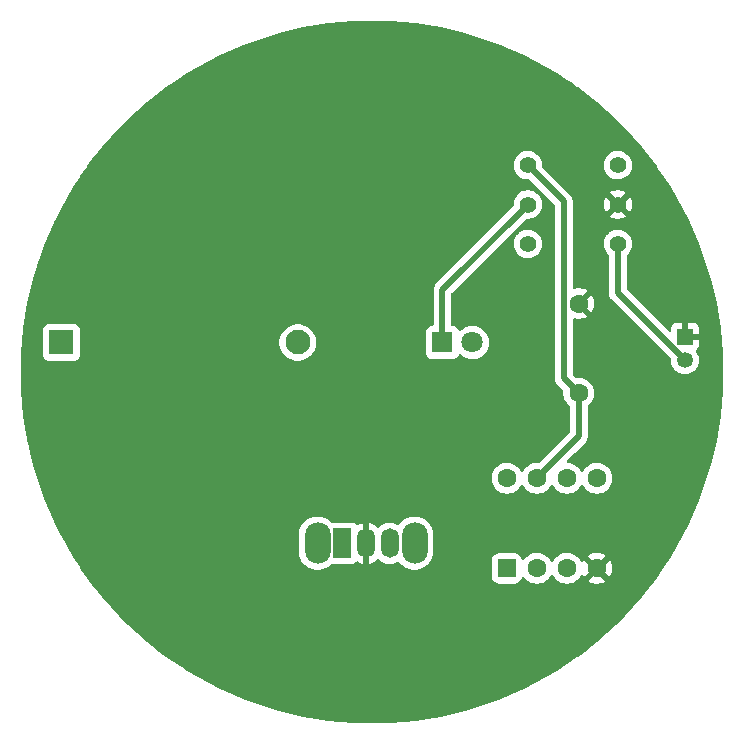
<source format=gbr>
%TF.GenerationSoftware,KiCad,Pcbnew,9.0.4*%
%TF.CreationDate,2025-08-28T14:40:31+05:30*%
%TF.ProjectId,new_1,6e65775f-312e-46b6-9963-61645f706362,rev?*%
%TF.SameCoordinates,Original*%
%TF.FileFunction,Copper,L2,Bot*%
%TF.FilePolarity,Positive*%
%FSLAX46Y46*%
G04 Gerber Fmt 4.6, Leading zero omitted, Abs format (unit mm)*
G04 Created by KiCad (PCBNEW 9.0.4) date 2025-08-28 14:40:31*
%MOMM*%
%LPD*%
G01*
G04 APERTURE LIST*
G04 Aperture macros list*
%AMRoundRect*
0 Rectangle with rounded corners*
0 $1 Rounding radius*
0 $2 $3 $4 $5 $6 $7 $8 $9 X,Y pos of 4 corners*
0 Add a 4 corners polygon primitive as box body*
4,1,4,$2,$3,$4,$5,$6,$7,$8,$9,$2,$3,0*
0 Add four circle primitives for the rounded corners*
1,1,$1+$1,$2,$3*
1,1,$1+$1,$4,$5*
1,1,$1+$1,$6,$7*
1,1,$1+$1,$8,$9*
0 Add four rect primitives between the rounded corners*
20,1,$1+$1,$2,$3,$4,$5,0*
20,1,$1+$1,$4,$5,$6,$7,0*
20,1,$1+$1,$6,$7,$8,$9,0*
20,1,$1+$1,$8,$9,$2,$3,0*%
G04 Aperture macros list end*
%TA.AperFunction,ComponentPad*%
%ADD10C,1.400000*%
%TD*%
%TA.AperFunction,ComponentPad*%
%ADD11O,1.500000X2.500000*%
%TD*%
%TA.AperFunction,ComponentPad*%
%ADD12R,1.500000X2.500000*%
%TD*%
%TA.AperFunction,ComponentPad*%
%ADD13O,2.200000X3.500000*%
%TD*%
%TA.AperFunction,ComponentPad*%
%ADD14C,1.600000*%
%TD*%
%TA.AperFunction,ComponentPad*%
%ADD15R,2.100000X2.100000*%
%TD*%
%TA.AperFunction,ComponentPad*%
%ADD16C,2.100000*%
%TD*%
%TA.AperFunction,ComponentPad*%
%ADD17RoundRect,0.250000X0.550000X-0.550000X0.550000X0.550000X-0.550000X0.550000X-0.550000X-0.550000X0*%
%TD*%
%TA.AperFunction,ComponentPad*%
%ADD18R,1.800000X1.800000*%
%TD*%
%TA.AperFunction,ComponentPad*%
%ADD19C,1.800000*%
%TD*%
%TA.AperFunction,ComponentPad*%
%ADD20R,1.350000X1.350000*%
%TD*%
%TA.AperFunction,ComponentPad*%
%ADD21C,1.350000*%
%TD*%
%TA.AperFunction,Conductor*%
%ADD22C,0.500000*%
%TD*%
%TA.AperFunction,Conductor*%
%ADD23C,0.200000*%
%TD*%
G04 APERTURE END LIST*
D10*
%TO.P,R1,2*%
%TO.N,+3.3V*%
X180310000Y-72500000D03*
%TO.P,R1,1*%
%TO.N,/LDR*%
X172690000Y-72500000D03*
%TD*%
D11*
%TO.P,SW2,3,C*%
%TO.N,Net-(BT2--)*%
X161000000Y-104500000D03*
%TO.P,SW2,2,B*%
%TO.N,GND*%
X159000000Y-104500000D03*
D12*
%TO.P,SW2,1,A*%
%TO.N,unconnected-(SW2-A-Pad1)*%
X157000000Y-104500000D03*
D13*
%TO.P,SW2,*%
%TO.N,*%
X163100000Y-104500000D03*
X154900000Y-104500000D03*
%TD*%
D14*
%TO.P,R4,1*%
%TO.N,/LDR*%
X177000000Y-91800000D03*
%TO.P,R4,2*%
%TO.N,GND*%
X177000000Y-84200000D03*
%TD*%
D15*
%TO.P,BT2,1,+*%
%TO.N,+3.3V*%
X133210914Y-87500000D03*
D16*
%TO.P,BT2,2,-*%
%TO.N,Net-(BT2--)*%
X153210914Y-87500000D03*
%TD*%
D10*
%TO.P,R3,1*%
%TO.N,+3.3V*%
X172690000Y-79150000D03*
%TO.P,R3,2*%
%TO.N,/MIC*%
X180310000Y-79150000D03*
%TD*%
D17*
%TO.P,U1,1,~{RESET}/PB5*%
%TO.N,unconnected-(U1-~{RESET}{slash}PB5-Pad1)*%
X170920000Y-106620000D03*
D14*
%TO.P,U1,2,XTAL1/PB3*%
%TO.N,/MIC*%
X173460000Y-106620000D03*
%TO.P,U1,3,XTAL2/PB4*%
%TO.N,unconnected-(U1-XTAL2{slash}PB4-Pad3)*%
X176000000Y-106620000D03*
%TO.P,U1,4,GND*%
%TO.N,GND*%
X178540000Y-106620000D03*
%TO.P,U1,5,AREF/PB0*%
%TO.N,unconnected-(U1-AREF{slash}PB0-Pad5)*%
X178540000Y-99000000D03*
%TO.P,U1,6,PB1*%
%TO.N,/<NO NET>*%
X176000000Y-99000000D03*
%TO.P,U1,7,PB2*%
%TO.N,/LDR*%
X173460000Y-99000000D03*
%TO.P,U1,8,VCC*%
%TO.N,+3.3V*%
X170920000Y-99000000D03*
%TD*%
D10*
%TO.P,R2,1*%
%TO.N,Net-(D2-K)*%
X172690000Y-75825000D03*
%TO.P,R2,2*%
%TO.N,GND*%
X180310000Y-75825000D03*
%TD*%
D18*
%TO.P,D2,1,K*%
%TO.N,Net-(D2-K)*%
X165460000Y-87500000D03*
D19*
%TO.P,D2,2,A*%
%TO.N,/<NO NET>*%
X168000000Y-87500000D03*
%TD*%
D20*
%TO.P,MK1,1,-*%
%TO.N,GND*%
X186000000Y-87000000D03*
D21*
%TO.P,MK1,2,+*%
%TO.N,/MIC*%
X186000000Y-89000000D03*
%TD*%
D22*
%TO.N,Net-(D2-K)*%
X165460000Y-83055000D02*
X172690000Y-75825000D01*
X165460000Y-87500000D02*
X165460000Y-83055000D01*
%TO.N,/MIC*%
X186000000Y-89000000D02*
X180310000Y-83310000D01*
X180310000Y-83310000D02*
X180310000Y-79150000D01*
D23*
%TO.N,GND*%
X186000000Y-87000000D02*
X186500000Y-87500000D01*
D22*
%TO.N,/LDR*%
X175749000Y-90549000D02*
X175749000Y-75559000D01*
X177000000Y-91800000D02*
X175749000Y-90549000D01*
X175749000Y-75559000D02*
X172690000Y-72500000D01*
X177000000Y-91800000D02*
X177000000Y-95460000D01*
X177000000Y-95460000D02*
X173460000Y-99000000D01*
%TD*%
%TA.AperFunction,Conductor*%
%TO.N,GND*%
G36*
X160033210Y-60255317D02*
G01*
X161090114Y-60293065D01*
X161094527Y-60293301D01*
X162149441Y-60368751D01*
X162153747Y-60369136D01*
X163205352Y-60482195D01*
X163209708Y-60482742D01*
X164256533Y-60633253D01*
X164260876Y-60633956D01*
X165301696Y-60821741D01*
X165305996Y-60822597D01*
X166339417Y-61047404D01*
X166343700Y-61048416D01*
X167368455Y-61309969D01*
X167372672Y-61311126D01*
X168344521Y-61596487D01*
X168387442Y-61609090D01*
X168391669Y-61610413D01*
X169395124Y-61944395D01*
X169399226Y-61945841D01*
X170390202Y-62315457D01*
X170394282Y-62317062D01*
X170967752Y-62554601D01*
X171371375Y-62721788D01*
X171375433Y-62723555D01*
X172337399Y-63162870D01*
X172341393Y-63164780D01*
X173287130Y-63638182D01*
X173291052Y-63640234D01*
X174219248Y-64147067D01*
X174223094Y-64149257D01*
X175132636Y-64688913D01*
X175136377Y-64691224D01*
X176026064Y-65262991D01*
X176029744Y-65265450D01*
X176309375Y-65459601D01*
X176898489Y-65868630D01*
X176902015Y-65871172D01*
X177748699Y-66504992D01*
X177752167Y-66507686D01*
X178575649Y-67171290D01*
X178579046Y-67174129D01*
X179378305Y-67866691D01*
X179381598Y-67869649D01*
X180155639Y-68590306D01*
X180158824Y-68593380D01*
X180906619Y-69341175D01*
X180909693Y-69344360D01*
X181630350Y-70118401D01*
X181633308Y-70121694D01*
X182325870Y-70920953D01*
X182328709Y-70924350D01*
X182992313Y-71747832D01*
X182995013Y-71751308D01*
X183628819Y-72597974D01*
X183631377Y-72601521D01*
X183756074Y-72781118D01*
X184234549Y-73470255D01*
X184237008Y-73473935D01*
X184808759Y-74363596D01*
X184811086Y-74367363D01*
X185350742Y-75276905D01*
X185352932Y-75280751D01*
X185859765Y-76208947D01*
X185861817Y-76212869D01*
X186335219Y-77158606D01*
X186337129Y-77162600D01*
X186776444Y-78124566D01*
X186778211Y-78128624D01*
X187182929Y-79105698D01*
X187184550Y-79109817D01*
X187554145Y-80100737D01*
X187555617Y-80104912D01*
X187889586Y-81108333D01*
X187890909Y-81112557D01*
X188188866Y-82127301D01*
X188190037Y-82131570D01*
X188451580Y-83156287D01*
X188452598Y-83160595D01*
X188677398Y-84193983D01*
X188678262Y-84198324D01*
X188866040Y-85239110D01*
X188866748Y-85243480D01*
X189017254Y-86290273D01*
X189017806Y-86294665D01*
X189130858Y-87346201D01*
X189131252Y-87350610D01*
X189206697Y-88405468D01*
X189206934Y-88409888D01*
X189244682Y-89466789D01*
X189244761Y-89471215D01*
X189244761Y-90528784D01*
X189244682Y-90533210D01*
X189206934Y-91590111D01*
X189206697Y-91594531D01*
X189131252Y-92649389D01*
X189130858Y-92653798D01*
X189017806Y-93705334D01*
X189017254Y-93709726D01*
X188866748Y-94756519D01*
X188866040Y-94760889D01*
X188678262Y-95801675D01*
X188677398Y-95806016D01*
X188452598Y-96839404D01*
X188451580Y-96843712D01*
X188190037Y-97868429D01*
X188188866Y-97872698D01*
X187890909Y-98887442D01*
X187889586Y-98891666D01*
X187555617Y-99895087D01*
X187554145Y-99899262D01*
X187184550Y-100890182D01*
X187182929Y-100894301D01*
X186778211Y-101871375D01*
X186776444Y-101875433D01*
X186337129Y-102837399D01*
X186335219Y-102841393D01*
X185861817Y-103787130D01*
X185859765Y-103791052D01*
X185352932Y-104719248D01*
X185350742Y-104723094D01*
X184811086Y-105632636D01*
X184808759Y-105636403D01*
X184237008Y-106526064D01*
X184234549Y-106529744D01*
X183631383Y-107398470D01*
X183628800Y-107402052D01*
X183358815Y-107762710D01*
X182995028Y-108248672D01*
X182992313Y-108252167D01*
X182328709Y-109075649D01*
X182325870Y-109079046D01*
X181633308Y-109878305D01*
X181630350Y-109881598D01*
X180909693Y-110655639D01*
X180906619Y-110658824D01*
X180158824Y-111406619D01*
X180155639Y-111409693D01*
X179381598Y-112130350D01*
X179378305Y-112133308D01*
X178579046Y-112825870D01*
X178575649Y-112828709D01*
X177752167Y-113492313D01*
X177748672Y-113495028D01*
X176902061Y-114128794D01*
X176898470Y-114131383D01*
X176029744Y-114734549D01*
X176026064Y-114737008D01*
X175136403Y-115308759D01*
X175132636Y-115311086D01*
X174223094Y-115850742D01*
X174219248Y-115852932D01*
X173291052Y-116359765D01*
X173287130Y-116361817D01*
X172341393Y-116835219D01*
X172337399Y-116837129D01*
X171375433Y-117276444D01*
X171371375Y-117278211D01*
X170394301Y-117682929D01*
X170390182Y-117684550D01*
X169399262Y-118054145D01*
X169395087Y-118055617D01*
X168391666Y-118389586D01*
X168387442Y-118390909D01*
X167372698Y-118688866D01*
X167368429Y-118690037D01*
X166343712Y-118951580D01*
X166339404Y-118952598D01*
X165306016Y-119177398D01*
X165301675Y-119178262D01*
X164260889Y-119366040D01*
X164256519Y-119366748D01*
X163209726Y-119517254D01*
X163205334Y-119517806D01*
X162153798Y-119630858D01*
X162149389Y-119631252D01*
X161094531Y-119706697D01*
X161090111Y-119706934D01*
X160033211Y-119744682D01*
X160028785Y-119744761D01*
X158971215Y-119744761D01*
X158966789Y-119744682D01*
X157909888Y-119706934D01*
X157905468Y-119706697D01*
X156850610Y-119631252D01*
X156846201Y-119630858D01*
X155794665Y-119517806D01*
X155790273Y-119517254D01*
X154743480Y-119366748D01*
X154739110Y-119366040D01*
X153698324Y-119178262D01*
X153693983Y-119177398D01*
X152660595Y-118952598D01*
X152656287Y-118951580D01*
X151631570Y-118690037D01*
X151627301Y-118688866D01*
X150612557Y-118390909D01*
X150608333Y-118389586D01*
X149604912Y-118055617D01*
X149600737Y-118054145D01*
X148609817Y-117684550D01*
X148605698Y-117682929D01*
X147628624Y-117278211D01*
X147624566Y-117276444D01*
X146662600Y-116837129D01*
X146658606Y-116835219D01*
X145712869Y-116361817D01*
X145708947Y-116359765D01*
X144780751Y-115852932D01*
X144776905Y-115850742D01*
X143867363Y-115311086D01*
X143863596Y-115308759D01*
X143626488Y-115156379D01*
X142973935Y-114737008D01*
X142970255Y-114734549D01*
X142101529Y-114131383D01*
X142097974Y-114128819D01*
X141251308Y-113495013D01*
X141247832Y-113492313D01*
X140424350Y-112828709D01*
X140420953Y-112825870D01*
X139621694Y-112133308D01*
X139618401Y-112130350D01*
X138844360Y-111409693D01*
X138841175Y-111406619D01*
X138093380Y-110658824D01*
X138090306Y-110655639D01*
X137369649Y-109881598D01*
X137366691Y-109878305D01*
X136674129Y-109079046D01*
X136671290Y-109075649D01*
X136007686Y-108252167D01*
X136004992Y-108248699D01*
X135371172Y-107402015D01*
X135368630Y-107398489D01*
X134899180Y-106722352D01*
X134765450Y-106529744D01*
X134762991Y-106526064D01*
X134758366Y-106518867D01*
X134191224Y-105636377D01*
X134188913Y-105632636D01*
X133649257Y-104723094D01*
X133647067Y-104719248D01*
X133140234Y-103791052D01*
X133138184Y-103787133D01*
X133131947Y-103774674D01*
X133131946Y-103774671D01*
X133131945Y-103774670D01*
X133106600Y-103724038D01*
X153299500Y-103724038D01*
X153299500Y-105275961D01*
X153338910Y-105524785D01*
X153416760Y-105764383D01*
X153468767Y-105866451D01*
X153516707Y-105960539D01*
X153531132Y-105988848D01*
X153679201Y-106192649D01*
X153679205Y-106192654D01*
X153857345Y-106370794D01*
X153857350Y-106370798D01*
X153862300Y-106374394D01*
X154061155Y-106518870D01*
X154204184Y-106591747D01*
X154285616Y-106633239D01*
X154285618Y-106633239D01*
X154285621Y-106633241D01*
X154525215Y-106711090D01*
X154774038Y-106750500D01*
X154774039Y-106750500D01*
X155025961Y-106750500D01*
X155025962Y-106750500D01*
X155274785Y-106711090D01*
X155514379Y-106633241D01*
X155738845Y-106518870D01*
X155942656Y-106370793D01*
X156034511Y-106278937D01*
X156095831Y-106245454D01*
X156135445Y-106243330D01*
X156142514Y-106244089D01*
X156142517Y-106244091D01*
X156202127Y-106250500D01*
X157797872Y-106250499D01*
X157857483Y-106244091D01*
X157992331Y-106193796D01*
X158107546Y-106107546D01*
X158136535Y-106068821D01*
X158192467Y-106026952D01*
X158262158Y-106021968D01*
X158308686Y-106042816D01*
X158344856Y-106069095D01*
X158520162Y-106158418D01*
X158707283Y-106219218D01*
X158750000Y-106225984D01*
X158750000Y-104815686D01*
X158754394Y-104820080D01*
X158845606Y-104872741D01*
X158947339Y-104900000D01*
X159052661Y-104900000D01*
X159154394Y-104872741D01*
X159245606Y-104820080D01*
X159250000Y-104815686D01*
X159250000Y-106225983D01*
X159292716Y-106219218D01*
X159479837Y-106158418D01*
X159655143Y-106069095D01*
X159814321Y-105953444D01*
X159814322Y-105953443D01*
X159911965Y-105855801D01*
X159973288Y-105822316D01*
X160042980Y-105827300D01*
X160087327Y-105855801D01*
X160185354Y-105953828D01*
X160344595Y-106069524D01*
X160369917Y-106082426D01*
X160519970Y-106158882D01*
X160519972Y-106158882D01*
X160519975Y-106158884D01*
X160620317Y-106191487D01*
X160707173Y-106219709D01*
X160901578Y-106250500D01*
X160901583Y-106250500D01*
X161098422Y-106250500D01*
X161292826Y-106219709D01*
X161372574Y-106193797D01*
X161480025Y-106158884D01*
X161655405Y-106069524D01*
X161655409Y-106069520D01*
X161659087Y-106067647D01*
X161727756Y-106054751D01*
X161792497Y-106081027D01*
X161815699Y-106105245D01*
X161879207Y-106192656D01*
X161879209Y-106192658D01*
X162057345Y-106370794D01*
X162057350Y-106370798D01*
X162062300Y-106374394D01*
X162261155Y-106518870D01*
X162404184Y-106591747D01*
X162485616Y-106633239D01*
X162485618Y-106633239D01*
X162485621Y-106633241D01*
X162725215Y-106711090D01*
X162974038Y-106750500D01*
X162974039Y-106750500D01*
X163225961Y-106750500D01*
X163225962Y-106750500D01*
X163474785Y-106711090D01*
X163714379Y-106633241D01*
X163938845Y-106518870D01*
X164142656Y-106370793D01*
X164320793Y-106192656D01*
X164446247Y-106019983D01*
X169619500Y-106019983D01*
X169619500Y-107220001D01*
X169619501Y-107220018D01*
X169630000Y-107322796D01*
X169630001Y-107322799D01*
X169658045Y-107407429D01*
X169685186Y-107489334D01*
X169777288Y-107638656D01*
X169901344Y-107762712D01*
X170050666Y-107854814D01*
X170217203Y-107909999D01*
X170319991Y-107920500D01*
X171520008Y-107920499D01*
X171622797Y-107909999D01*
X171789334Y-107854814D01*
X171938656Y-107762712D01*
X172062712Y-107638656D01*
X172154814Y-107489334D01*
X172181955Y-107407427D01*
X172221726Y-107349984D01*
X172286242Y-107323161D01*
X172355018Y-107335476D01*
X172399977Y-107373547D01*
X172468030Y-107467213D01*
X172468034Y-107467219D01*
X172612786Y-107611971D01*
X172733226Y-107699474D01*
X172778390Y-107732287D01*
X172894607Y-107791503D01*
X172960776Y-107825218D01*
X172960778Y-107825218D01*
X172960781Y-107825220D01*
X173051856Y-107854812D01*
X173155465Y-107888477D01*
X173256557Y-107904488D01*
X173357648Y-107920500D01*
X173357649Y-107920500D01*
X173562351Y-107920500D01*
X173562352Y-107920500D01*
X173764534Y-107888477D01*
X173959219Y-107825220D01*
X174141610Y-107732287D01*
X174270482Y-107638657D01*
X174307213Y-107611971D01*
X174307215Y-107611968D01*
X174307219Y-107611966D01*
X174451966Y-107467219D01*
X174451968Y-107467215D01*
X174451971Y-107467213D01*
X174572284Y-107301614D01*
X174572286Y-107301611D01*
X174572287Y-107301610D01*
X174619516Y-107208917D01*
X174667489Y-107158123D01*
X174735310Y-107141328D01*
X174801445Y-107163865D01*
X174840483Y-107208917D01*
X174846140Y-107220018D01*
X174887715Y-107301614D01*
X175008028Y-107467213D01*
X175152786Y-107611971D01*
X175273226Y-107699474D01*
X175318390Y-107732287D01*
X175434607Y-107791503D01*
X175500776Y-107825218D01*
X175500778Y-107825218D01*
X175500781Y-107825220D01*
X175591856Y-107854812D01*
X175695465Y-107888477D01*
X175796557Y-107904488D01*
X175897648Y-107920500D01*
X175897649Y-107920500D01*
X176102351Y-107920500D01*
X176102352Y-107920500D01*
X176304534Y-107888477D01*
X176499219Y-107825220D01*
X176681610Y-107732287D01*
X176810482Y-107638657D01*
X176847213Y-107611971D01*
X176847215Y-107611968D01*
X176847219Y-107611966D01*
X176991966Y-107467219D01*
X176991968Y-107467215D01*
X176991971Y-107467213D01*
X177096894Y-107322797D01*
X177112287Y-107301610D01*
X177159795Y-107208369D01*
X177207769Y-107157573D01*
X177275590Y-107140778D01*
X177341725Y-107163315D01*
X177380765Y-107208369D01*
X177428141Y-107301350D01*
X177428147Y-107301359D01*
X177460523Y-107345921D01*
X177460524Y-107345922D01*
X178140000Y-106666446D01*
X178140000Y-106672661D01*
X178167259Y-106774394D01*
X178219920Y-106865606D01*
X178294394Y-106940080D01*
X178385606Y-106992741D01*
X178487339Y-107020000D01*
X178493553Y-107020000D01*
X177814076Y-107699474D01*
X177858650Y-107731859D01*
X178040968Y-107824755D01*
X178235582Y-107887990D01*
X178437683Y-107920000D01*
X178642317Y-107920000D01*
X178844417Y-107887990D01*
X179039031Y-107824755D01*
X179221349Y-107731859D01*
X179265921Y-107699474D01*
X178586447Y-107020000D01*
X178592661Y-107020000D01*
X178694394Y-106992741D01*
X178785606Y-106940080D01*
X178860080Y-106865606D01*
X178912741Y-106774394D01*
X178940000Y-106672661D01*
X178940000Y-106666448D01*
X179619474Y-107345922D01*
X179619474Y-107345921D01*
X179651859Y-107301349D01*
X179744755Y-107119031D01*
X179807990Y-106924417D01*
X179840000Y-106722317D01*
X179840000Y-106517682D01*
X179807990Y-106315582D01*
X179744755Y-106120968D01*
X179651859Y-105938650D01*
X179619474Y-105894077D01*
X179619474Y-105894076D01*
X178940000Y-106573551D01*
X178940000Y-106567339D01*
X178912741Y-106465606D01*
X178860080Y-106374394D01*
X178785606Y-106299920D01*
X178694394Y-106247259D01*
X178592661Y-106220000D01*
X178586446Y-106220000D01*
X179265922Y-105540524D01*
X179265921Y-105540523D01*
X179221359Y-105508147D01*
X179221350Y-105508141D01*
X179039031Y-105415244D01*
X178844417Y-105352009D01*
X178642317Y-105320000D01*
X178437683Y-105320000D01*
X178235582Y-105352009D01*
X178040968Y-105415244D01*
X177858644Y-105508143D01*
X177814077Y-105540523D01*
X177814077Y-105540524D01*
X178493554Y-106220000D01*
X178487339Y-106220000D01*
X178385606Y-106247259D01*
X178294394Y-106299920D01*
X178219920Y-106374394D01*
X178167259Y-106465606D01*
X178140000Y-106567339D01*
X178140000Y-106573553D01*
X177460524Y-105894077D01*
X177460523Y-105894077D01*
X177428143Y-105938644D01*
X177380765Y-106031630D01*
X177332790Y-106082426D01*
X177264969Y-106099221D01*
X177198834Y-106076683D01*
X177159795Y-106031630D01*
X177159515Y-106031080D01*
X177112287Y-105938390D01*
X177112285Y-105938387D01*
X177112284Y-105938385D01*
X176991971Y-105772786D01*
X176847213Y-105628028D01*
X176681613Y-105507715D01*
X176681612Y-105507714D01*
X176681610Y-105507713D01*
X176621898Y-105477288D01*
X176499223Y-105414781D01*
X176304534Y-105351522D01*
X176129995Y-105323878D01*
X176102352Y-105319500D01*
X175897648Y-105319500D01*
X175873329Y-105323351D01*
X175695465Y-105351522D01*
X175500776Y-105414781D01*
X175318386Y-105507715D01*
X175152786Y-105628028D01*
X175008028Y-105772786D01*
X174887715Y-105938386D01*
X174840485Y-106031080D01*
X174792510Y-106081876D01*
X174724689Y-106098671D01*
X174658554Y-106076134D01*
X174619515Y-106031080D01*
X174613861Y-106019983D01*
X174572287Y-105938390D01*
X174540092Y-105894077D01*
X174451971Y-105772786D01*
X174307213Y-105628028D01*
X174141613Y-105507715D01*
X174141612Y-105507714D01*
X174141610Y-105507713D01*
X174081898Y-105477288D01*
X173959223Y-105414781D01*
X173764534Y-105351522D01*
X173589995Y-105323878D01*
X173562352Y-105319500D01*
X173357648Y-105319500D01*
X173333329Y-105323351D01*
X173155465Y-105351522D01*
X172960776Y-105414781D01*
X172778386Y-105507715D01*
X172612786Y-105628028D01*
X172468032Y-105772782D01*
X172468028Y-105772787D01*
X172399978Y-105866451D01*
X172344648Y-105909117D01*
X172275035Y-105915096D01*
X172213240Y-105882490D01*
X172181954Y-105832570D01*
X172180208Y-105827300D01*
X172154814Y-105750666D01*
X172062712Y-105601344D01*
X171938656Y-105477288D01*
X171789334Y-105385186D01*
X171622797Y-105330001D01*
X171622795Y-105330000D01*
X171520010Y-105319500D01*
X170319998Y-105319500D01*
X170319981Y-105319501D01*
X170217203Y-105330000D01*
X170217200Y-105330001D01*
X170050668Y-105385185D01*
X170050663Y-105385187D01*
X169901342Y-105477289D01*
X169777289Y-105601342D01*
X169685187Y-105750663D01*
X169685185Y-105750668D01*
X169677858Y-105772781D01*
X169630001Y-105917203D01*
X169630001Y-105917204D01*
X169630000Y-105917204D01*
X169619500Y-106019983D01*
X164446247Y-106019983D01*
X164468870Y-105988845D01*
X164583241Y-105764379D01*
X164661090Y-105524785D01*
X164700500Y-105275962D01*
X164700500Y-103724038D01*
X164661090Y-103475215D01*
X164583241Y-103235621D01*
X164583239Y-103235618D01*
X164583239Y-103235616D01*
X164492605Y-103057738D01*
X164468870Y-103011155D01*
X164415298Y-102937419D01*
X164320798Y-102807350D01*
X164320794Y-102807345D01*
X164142654Y-102629205D01*
X164142649Y-102629201D01*
X163938848Y-102481132D01*
X163938847Y-102481131D01*
X163938845Y-102481130D01*
X163868747Y-102445413D01*
X163714383Y-102366760D01*
X163474785Y-102288910D01*
X163225962Y-102249500D01*
X162974038Y-102249500D01*
X162849626Y-102269205D01*
X162725214Y-102288910D01*
X162485616Y-102366760D01*
X162261151Y-102481132D01*
X162057350Y-102629201D01*
X162057345Y-102629205D01*
X161879209Y-102807341D01*
X161879202Y-102807350D01*
X161815699Y-102894753D01*
X161760369Y-102937419D01*
X161690756Y-102943397D01*
X161659087Y-102932352D01*
X161480029Y-102841117D01*
X161292826Y-102780290D01*
X161098422Y-102749500D01*
X161098417Y-102749500D01*
X160901583Y-102749500D01*
X160901578Y-102749500D01*
X160707173Y-102780290D01*
X160519970Y-102841117D01*
X160344594Y-102930476D01*
X160297301Y-102964837D01*
X160185354Y-103046172D01*
X160185352Y-103046174D01*
X160185350Y-103046175D01*
X160087325Y-103144199D01*
X160026002Y-103177683D01*
X159956310Y-103172698D01*
X159911964Y-103144198D01*
X159814321Y-103046555D01*
X159655143Y-102930904D01*
X159479835Y-102841581D01*
X159292705Y-102780778D01*
X159250000Y-102774014D01*
X159250000Y-104184314D01*
X159245606Y-104179920D01*
X159154394Y-104127259D01*
X159052661Y-104100000D01*
X158947339Y-104100000D01*
X158845606Y-104127259D01*
X158754394Y-104179920D01*
X158750000Y-104184314D01*
X158750000Y-102774014D01*
X158749999Y-102774014D01*
X158707294Y-102780778D01*
X158520164Y-102841581D01*
X158344855Y-102930905D01*
X158344848Y-102930910D01*
X158308684Y-102957184D01*
X158242877Y-102980663D01*
X158174824Y-102964837D01*
X158136534Y-102931177D01*
X158109267Y-102894753D01*
X158107546Y-102892454D01*
X158107544Y-102892453D01*
X158107544Y-102892452D01*
X157992335Y-102806206D01*
X157992328Y-102806202D01*
X157857482Y-102755908D01*
X157857483Y-102755908D01*
X157797883Y-102749501D01*
X157797881Y-102749500D01*
X157797873Y-102749500D01*
X157797864Y-102749500D01*
X156202129Y-102749500D01*
X156202123Y-102749501D01*
X156135443Y-102756669D01*
X156066683Y-102744262D01*
X156034509Y-102721060D01*
X155942654Y-102629205D01*
X155942649Y-102629201D01*
X155738848Y-102481132D01*
X155738847Y-102481131D01*
X155738845Y-102481130D01*
X155668747Y-102445413D01*
X155514383Y-102366760D01*
X155274785Y-102288910D01*
X155025962Y-102249500D01*
X154774038Y-102249500D01*
X154649626Y-102269205D01*
X154525214Y-102288910D01*
X154285616Y-102366760D01*
X154061151Y-102481132D01*
X153857350Y-102629201D01*
X153857345Y-102629205D01*
X153679205Y-102807345D01*
X153679201Y-102807350D01*
X153531132Y-103011151D01*
X153416760Y-103235616D01*
X153338910Y-103475214D01*
X153299500Y-103724038D01*
X133106600Y-103724038D01*
X132664780Y-102841392D01*
X132662870Y-102837399D01*
X132223555Y-101875433D01*
X132221788Y-101871375D01*
X131817070Y-100894301D01*
X131815449Y-100890182D01*
X131445841Y-99899226D01*
X131444395Y-99895124D01*
X131112404Y-98897648D01*
X169619500Y-98897648D01*
X169619500Y-99102351D01*
X169651522Y-99304534D01*
X169714781Y-99499223D01*
X169807715Y-99681613D01*
X169928028Y-99847213D01*
X170072786Y-99991971D01*
X170173976Y-100065488D01*
X170238390Y-100112287D01*
X170354607Y-100171503D01*
X170420776Y-100205218D01*
X170420778Y-100205218D01*
X170420781Y-100205220D01*
X170525137Y-100239127D01*
X170615465Y-100268477D01*
X170716557Y-100284488D01*
X170817648Y-100300500D01*
X170817649Y-100300500D01*
X171022351Y-100300500D01*
X171022352Y-100300500D01*
X171224534Y-100268477D01*
X171419219Y-100205220D01*
X171601610Y-100112287D01*
X171694590Y-100044732D01*
X171767213Y-99991971D01*
X171767215Y-99991968D01*
X171767219Y-99991966D01*
X171911966Y-99847219D01*
X171911968Y-99847215D01*
X171911971Y-99847213D01*
X172032284Y-99681614D01*
X172032285Y-99681613D01*
X172032287Y-99681610D01*
X172079516Y-99588917D01*
X172127489Y-99538123D01*
X172195310Y-99521328D01*
X172261445Y-99543865D01*
X172300485Y-99588919D01*
X172347715Y-99681614D01*
X172468028Y-99847213D01*
X172612786Y-99991971D01*
X172713976Y-100065488D01*
X172778390Y-100112287D01*
X172894607Y-100171503D01*
X172960776Y-100205218D01*
X172960778Y-100205218D01*
X172960781Y-100205220D01*
X173065137Y-100239127D01*
X173155465Y-100268477D01*
X173256557Y-100284488D01*
X173357648Y-100300500D01*
X173357649Y-100300500D01*
X173562351Y-100300500D01*
X173562352Y-100300500D01*
X173764534Y-100268477D01*
X173959219Y-100205220D01*
X174141610Y-100112287D01*
X174234590Y-100044732D01*
X174307213Y-99991971D01*
X174307215Y-99991968D01*
X174307219Y-99991966D01*
X174451966Y-99847219D01*
X174451968Y-99847215D01*
X174451971Y-99847213D01*
X174572284Y-99681614D01*
X174572285Y-99681613D01*
X174572287Y-99681610D01*
X174619516Y-99588917D01*
X174667489Y-99538123D01*
X174735310Y-99521328D01*
X174801445Y-99543865D01*
X174840485Y-99588919D01*
X174887715Y-99681614D01*
X175008028Y-99847213D01*
X175152786Y-99991971D01*
X175253976Y-100065488D01*
X175318390Y-100112287D01*
X175434607Y-100171503D01*
X175500776Y-100205218D01*
X175500778Y-100205218D01*
X175500781Y-100205220D01*
X175605137Y-100239127D01*
X175695465Y-100268477D01*
X175796557Y-100284488D01*
X175897648Y-100300500D01*
X175897649Y-100300500D01*
X176102351Y-100300500D01*
X176102352Y-100300500D01*
X176304534Y-100268477D01*
X176499219Y-100205220D01*
X176681610Y-100112287D01*
X176774590Y-100044732D01*
X176847213Y-99991971D01*
X176847215Y-99991968D01*
X176847219Y-99991966D01*
X176991966Y-99847219D01*
X176991968Y-99847215D01*
X176991971Y-99847213D01*
X177112284Y-99681614D01*
X177112285Y-99681613D01*
X177112287Y-99681610D01*
X177159516Y-99588917D01*
X177207489Y-99538123D01*
X177275310Y-99521328D01*
X177341445Y-99543865D01*
X177380485Y-99588919D01*
X177427715Y-99681614D01*
X177548028Y-99847213D01*
X177692786Y-99991971D01*
X177793976Y-100065488D01*
X177858390Y-100112287D01*
X177974607Y-100171503D01*
X178040776Y-100205218D01*
X178040778Y-100205218D01*
X178040781Y-100205220D01*
X178145137Y-100239127D01*
X178235465Y-100268477D01*
X178336557Y-100284488D01*
X178437648Y-100300500D01*
X178437649Y-100300500D01*
X178642351Y-100300500D01*
X178642352Y-100300500D01*
X178844534Y-100268477D01*
X179039219Y-100205220D01*
X179221610Y-100112287D01*
X179314590Y-100044732D01*
X179387213Y-99991971D01*
X179387215Y-99991968D01*
X179387219Y-99991966D01*
X179531966Y-99847219D01*
X179531968Y-99847215D01*
X179531971Y-99847213D01*
X179584732Y-99774590D01*
X179652287Y-99681610D01*
X179745220Y-99499219D01*
X179808477Y-99304534D01*
X179840500Y-99102352D01*
X179840500Y-98897648D01*
X179808477Y-98695466D01*
X179745220Y-98500781D01*
X179745218Y-98500778D01*
X179745218Y-98500776D01*
X179699515Y-98411080D01*
X179652287Y-98318390D01*
X179644556Y-98307749D01*
X179531971Y-98152786D01*
X179387213Y-98008028D01*
X179221613Y-97887715D01*
X179221612Y-97887714D01*
X179221610Y-97887713D01*
X179164653Y-97858691D01*
X179039223Y-97794781D01*
X178844534Y-97731522D01*
X178669995Y-97703878D01*
X178642352Y-97699500D01*
X178437648Y-97699500D01*
X178413329Y-97703351D01*
X178235465Y-97731522D01*
X178040776Y-97794781D01*
X177858386Y-97887715D01*
X177692786Y-98008028D01*
X177548028Y-98152786D01*
X177427715Y-98318386D01*
X177380485Y-98411080D01*
X177332510Y-98461876D01*
X177264689Y-98478671D01*
X177198554Y-98456134D01*
X177159515Y-98411080D01*
X177158883Y-98409840D01*
X177112287Y-98318390D01*
X177104556Y-98307749D01*
X176991971Y-98152786D01*
X176847213Y-98008028D01*
X176681613Y-97887715D01*
X176681612Y-97887714D01*
X176681610Y-97887713D01*
X176624653Y-97858691D01*
X176499223Y-97794781D01*
X176304534Y-97731522D01*
X176100584Y-97699220D01*
X176037449Y-97669291D01*
X176000518Y-97609979D01*
X176001516Y-97540117D01*
X176032301Y-97489066D01*
X176681963Y-96839404D01*
X177582952Y-95938416D01*
X177632186Y-95864729D01*
X177665084Y-95815495D01*
X177721658Y-95678913D01*
X177750500Y-95533918D01*
X177750500Y-92925416D01*
X177770185Y-92858377D01*
X177801613Y-92825099D01*
X177847219Y-92791966D01*
X177991966Y-92647219D01*
X177991968Y-92647215D01*
X177991971Y-92647213D01*
X178044732Y-92574590D01*
X178112287Y-92481610D01*
X178205220Y-92299219D01*
X178268477Y-92104534D01*
X178300500Y-91902352D01*
X178300500Y-91697648D01*
X178300500Y-91697647D01*
X178268477Y-91495465D01*
X178205218Y-91300776D01*
X178171503Y-91234607D01*
X178112287Y-91118390D01*
X178046191Y-91027416D01*
X177991968Y-90952783D01*
X177847213Y-90808028D01*
X177681613Y-90687715D01*
X177681612Y-90687714D01*
X177681610Y-90687713D01*
X177624653Y-90658691D01*
X177499223Y-90594781D01*
X177304534Y-90531522D01*
X177129995Y-90503878D01*
X177102352Y-90499500D01*
X176897648Y-90499500D01*
X176841971Y-90508318D01*
X176772678Y-90499363D01*
X176734893Y-90473526D01*
X176535819Y-90274451D01*
X176502334Y-90213128D01*
X176499500Y-90186770D01*
X176499500Y-85574950D01*
X176519185Y-85507911D01*
X176571989Y-85462156D01*
X176641147Y-85452212D01*
X176661820Y-85457020D01*
X176695575Y-85467988D01*
X176695581Y-85467989D01*
X176897683Y-85500000D01*
X177102317Y-85500000D01*
X177304417Y-85467990D01*
X177499031Y-85404755D01*
X177681349Y-85311859D01*
X177725921Y-85279474D01*
X177046447Y-84600000D01*
X177052661Y-84600000D01*
X177154394Y-84572741D01*
X177245606Y-84520080D01*
X177320080Y-84445606D01*
X177372741Y-84354394D01*
X177400000Y-84252661D01*
X177400000Y-84246448D01*
X178079474Y-84925922D01*
X178079474Y-84925921D01*
X178111859Y-84881349D01*
X178204755Y-84699031D01*
X178267990Y-84504417D01*
X178300000Y-84302317D01*
X178300000Y-84097682D01*
X178267990Y-83895582D01*
X178204755Y-83700968D01*
X178111859Y-83518650D01*
X178079474Y-83474077D01*
X178079474Y-83474076D01*
X177400000Y-84153551D01*
X177400000Y-84147339D01*
X177372741Y-84045606D01*
X177320080Y-83954394D01*
X177245606Y-83879920D01*
X177154394Y-83827259D01*
X177052661Y-83800000D01*
X177046446Y-83800000D01*
X177725922Y-83120524D01*
X177725921Y-83120523D01*
X177681359Y-83088147D01*
X177681350Y-83088141D01*
X177499031Y-82995244D01*
X177304417Y-82932009D01*
X177102317Y-82900000D01*
X176897683Y-82900000D01*
X176695581Y-82932010D01*
X176695574Y-82932011D01*
X176661817Y-82942980D01*
X176591976Y-82944975D01*
X176532144Y-82908894D01*
X176501316Y-82846193D01*
X176499500Y-82825049D01*
X176499500Y-79055513D01*
X179109500Y-79055513D01*
X179109500Y-79244486D01*
X179139059Y-79431118D01*
X179197454Y-79610836D01*
X179283240Y-79779199D01*
X179394310Y-79932073D01*
X179394312Y-79932075D01*
X179523181Y-80060944D01*
X179556666Y-80122267D01*
X179559500Y-80148625D01*
X179559500Y-83383918D01*
X179559500Y-83383920D01*
X179559499Y-83383920D01*
X179588340Y-83528907D01*
X179588343Y-83528917D01*
X179644914Y-83665492D01*
X179677812Y-83714727D01*
X179677813Y-83714730D01*
X179727046Y-83788414D01*
X179727052Y-83788421D01*
X184788181Y-88849549D01*
X184821666Y-88910872D01*
X184824500Y-88937230D01*
X184824500Y-89092513D01*
X184853445Y-89275265D01*
X184910619Y-89451232D01*
X184910620Y-89451235D01*
X184994622Y-89616096D01*
X185103379Y-89765787D01*
X185234213Y-89896621D01*
X185383904Y-90005378D01*
X185464763Y-90046577D01*
X185548764Y-90089379D01*
X185548767Y-90089380D01*
X185636750Y-90117967D01*
X185724736Y-90146555D01*
X185907486Y-90175500D01*
X185907487Y-90175500D01*
X186092513Y-90175500D01*
X186092514Y-90175500D01*
X186275264Y-90146555D01*
X186451235Y-90089379D01*
X186616096Y-90005378D01*
X186765787Y-89896621D01*
X186896621Y-89765787D01*
X187005378Y-89616096D01*
X187089379Y-89451235D01*
X187146555Y-89275264D01*
X187175500Y-89092514D01*
X187175500Y-88907486D01*
X187146555Y-88724736D01*
X187095708Y-88568243D01*
X187089380Y-88548767D01*
X187089379Y-88548764D01*
X187037970Y-88447870D01*
X187005378Y-88383904D01*
X186921159Y-88267987D01*
X186897680Y-88202183D01*
X186913505Y-88134129D01*
X186947167Y-88095836D01*
X187032190Y-88032186D01*
X187118350Y-87917093D01*
X187118354Y-87917086D01*
X187168596Y-87782379D01*
X187168598Y-87782372D01*
X187174999Y-87722844D01*
X187175000Y-87722827D01*
X187175000Y-87250000D01*
X186315686Y-87250000D01*
X186320080Y-87245606D01*
X186372741Y-87154394D01*
X186400000Y-87052661D01*
X186400000Y-86947339D01*
X186372741Y-86845606D01*
X186320080Y-86754394D01*
X186315686Y-86750000D01*
X187175000Y-86750000D01*
X187175000Y-86277172D01*
X187174999Y-86277155D01*
X187168598Y-86217627D01*
X187168596Y-86217620D01*
X187118354Y-86082913D01*
X187118350Y-86082906D01*
X187032190Y-85967812D01*
X187032187Y-85967809D01*
X186917093Y-85881649D01*
X186917086Y-85881645D01*
X186782379Y-85831403D01*
X186782372Y-85831401D01*
X186722844Y-85825000D01*
X186250000Y-85825000D01*
X186250000Y-86684314D01*
X186245606Y-86679920D01*
X186154394Y-86627259D01*
X186052661Y-86600000D01*
X185947339Y-86600000D01*
X185845606Y-86627259D01*
X185754394Y-86679920D01*
X185750000Y-86684314D01*
X185750000Y-85825000D01*
X185277155Y-85825000D01*
X185217627Y-85831401D01*
X185217620Y-85831403D01*
X185082913Y-85881645D01*
X185082906Y-85881649D01*
X184967812Y-85967809D01*
X184967809Y-85967812D01*
X184881649Y-86082906D01*
X184881645Y-86082913D01*
X184831403Y-86217620D01*
X184831401Y-86217627D01*
X184825000Y-86277155D01*
X184825000Y-86464270D01*
X184805315Y-86531309D01*
X184752511Y-86577064D01*
X184683353Y-86587008D01*
X184619797Y-86557983D01*
X184613319Y-86551951D01*
X181096819Y-83035451D01*
X181063334Y-82974128D01*
X181060500Y-82947770D01*
X181060500Y-80148625D01*
X181080185Y-80081586D01*
X181096819Y-80060944D01*
X181225690Y-79932073D01*
X181336760Y-79779199D01*
X181422547Y-79610832D01*
X181480940Y-79431118D01*
X181510500Y-79244486D01*
X181510500Y-79055513D01*
X181480940Y-78868881D01*
X181422545Y-78689163D01*
X181336759Y-78520800D01*
X181225690Y-78367927D01*
X181092073Y-78234310D01*
X180939199Y-78123240D01*
X180770836Y-78037454D01*
X180591118Y-77979059D01*
X180404486Y-77949500D01*
X180404481Y-77949500D01*
X180215519Y-77949500D01*
X180215514Y-77949500D01*
X180028881Y-77979059D01*
X179849163Y-78037454D01*
X179680800Y-78123240D01*
X179593579Y-78186610D01*
X179527927Y-78234310D01*
X179527925Y-78234312D01*
X179527924Y-78234312D01*
X179394312Y-78367924D01*
X179394312Y-78367925D01*
X179394310Y-78367927D01*
X179346610Y-78433579D01*
X179283240Y-78520800D01*
X179197454Y-78689163D01*
X179139059Y-78868881D01*
X179109500Y-79055513D01*
X176499500Y-79055513D01*
X176499500Y-76832882D01*
X179655669Y-76832882D01*
X179655670Y-76832883D01*
X179681059Y-76851329D01*
X179849362Y-76937085D01*
X180028997Y-76995451D01*
X180215553Y-77025000D01*
X180404447Y-77025000D01*
X180591002Y-76995451D01*
X180770637Y-76937085D01*
X180938937Y-76851331D01*
X180964328Y-76832883D01*
X180964328Y-76832882D01*
X180310001Y-76178554D01*
X180310000Y-76178554D01*
X179655669Y-76832882D01*
X176499500Y-76832882D01*
X176499500Y-75730552D01*
X179110000Y-75730552D01*
X179110000Y-75919447D01*
X179139548Y-76106002D01*
X179197914Y-76285637D01*
X179283666Y-76453933D01*
X179302116Y-76479328D01*
X179956446Y-75825000D01*
X179956446Y-75824999D01*
X179910369Y-75778922D01*
X179960000Y-75778922D01*
X179960000Y-75871078D01*
X179983852Y-75960095D01*
X180029930Y-76039905D01*
X180095095Y-76105070D01*
X180174905Y-76151148D01*
X180263922Y-76175000D01*
X180356078Y-76175000D01*
X180445095Y-76151148D01*
X180524905Y-76105070D01*
X180590070Y-76039905D01*
X180636148Y-75960095D01*
X180660000Y-75871078D01*
X180660000Y-75824999D01*
X180663554Y-75824999D01*
X180663554Y-75825000D01*
X181317882Y-76479328D01*
X181317883Y-76479328D01*
X181336331Y-76453937D01*
X181422085Y-76285637D01*
X181480451Y-76106002D01*
X181510000Y-75919447D01*
X181510000Y-75730552D01*
X181480451Y-75543997D01*
X181422085Y-75364362D01*
X181336329Y-75196059D01*
X181317883Y-75170670D01*
X181317882Y-75170669D01*
X180663554Y-75824999D01*
X180660000Y-75824999D01*
X180660000Y-75778922D01*
X180636148Y-75689905D01*
X180590070Y-75610095D01*
X180524905Y-75544930D01*
X180445095Y-75498852D01*
X180356078Y-75475000D01*
X180263922Y-75475000D01*
X180174905Y-75498852D01*
X180095095Y-75544930D01*
X180029930Y-75610095D01*
X179983852Y-75689905D01*
X179960000Y-75778922D01*
X179910369Y-75778922D01*
X179302116Y-75170669D01*
X179302116Y-75170670D01*
X179283669Y-75196060D01*
X179197914Y-75364362D01*
X179139548Y-75543997D01*
X179110000Y-75730552D01*
X176499500Y-75730552D01*
X176499500Y-75485079D01*
X176470659Y-75340092D01*
X176470658Y-75340091D01*
X176470658Y-75340087D01*
X176470656Y-75340082D01*
X176414087Y-75203511D01*
X176414080Y-75203498D01*
X176331952Y-75080585D01*
X176279875Y-75028508D01*
X176227416Y-74976049D01*
X176068483Y-74817116D01*
X179655669Y-74817116D01*
X180310000Y-75471446D01*
X180310001Y-75471446D01*
X180964328Y-74817116D01*
X180938933Y-74798666D01*
X180770637Y-74712914D01*
X180591002Y-74654548D01*
X180404447Y-74625000D01*
X180215553Y-74625000D01*
X180028997Y-74654548D01*
X179849362Y-74712914D01*
X179681060Y-74798669D01*
X179655670Y-74817116D01*
X179655669Y-74817116D01*
X176068483Y-74817116D01*
X173926819Y-72675452D01*
X173893334Y-72614129D01*
X173890500Y-72587771D01*
X173890500Y-72405513D01*
X179109500Y-72405513D01*
X179109500Y-72594486D01*
X179139059Y-72781118D01*
X179197454Y-72960836D01*
X179283240Y-73129199D01*
X179394310Y-73282073D01*
X179527927Y-73415690D01*
X179680801Y-73526760D01*
X179760347Y-73567290D01*
X179849163Y-73612545D01*
X179849165Y-73612545D01*
X179849168Y-73612547D01*
X179945497Y-73643846D01*
X180028881Y-73670940D01*
X180215514Y-73700500D01*
X180215519Y-73700500D01*
X180404486Y-73700500D01*
X180591118Y-73670940D01*
X180770832Y-73612547D01*
X180939199Y-73526760D01*
X181092073Y-73415690D01*
X181225690Y-73282073D01*
X181336760Y-73129199D01*
X181422547Y-72960832D01*
X181480940Y-72781118D01*
X181497676Y-72675452D01*
X181510500Y-72594486D01*
X181510500Y-72405513D01*
X181480940Y-72218881D01*
X181422545Y-72039163D01*
X181336759Y-71870800D01*
X181225690Y-71717927D01*
X181092073Y-71584310D01*
X180939199Y-71473240D01*
X180770836Y-71387454D01*
X180591118Y-71329059D01*
X180404486Y-71299500D01*
X180404481Y-71299500D01*
X180215519Y-71299500D01*
X180215514Y-71299500D01*
X180028881Y-71329059D01*
X179849163Y-71387454D01*
X179680800Y-71473240D01*
X179593579Y-71536610D01*
X179527927Y-71584310D01*
X179527925Y-71584312D01*
X179527924Y-71584312D01*
X179394312Y-71717924D01*
X179394312Y-71717925D01*
X179394310Y-71717927D01*
X179346610Y-71783579D01*
X179283240Y-71870800D01*
X179197454Y-72039163D01*
X179139059Y-72218881D01*
X179109500Y-72405513D01*
X173890500Y-72405513D01*
X173860940Y-72218881D01*
X173802545Y-72039163D01*
X173716759Y-71870800D01*
X173605690Y-71717927D01*
X173472073Y-71584310D01*
X173319199Y-71473240D01*
X173150836Y-71387454D01*
X172971118Y-71329059D01*
X172784486Y-71299500D01*
X172784481Y-71299500D01*
X172595519Y-71299500D01*
X172595514Y-71299500D01*
X172408881Y-71329059D01*
X172229163Y-71387454D01*
X172060800Y-71473240D01*
X171973579Y-71536610D01*
X171907927Y-71584310D01*
X171907925Y-71584312D01*
X171907924Y-71584312D01*
X171774312Y-71717924D01*
X171774312Y-71717925D01*
X171774310Y-71717927D01*
X171726610Y-71783579D01*
X171663240Y-71870800D01*
X171577454Y-72039163D01*
X171519059Y-72218881D01*
X171489500Y-72405513D01*
X171489500Y-72594486D01*
X171519059Y-72781118D01*
X171577454Y-72960836D01*
X171663240Y-73129199D01*
X171774310Y-73282073D01*
X171907927Y-73415690D01*
X172060801Y-73526760D01*
X172140347Y-73567290D01*
X172229163Y-73612545D01*
X172229165Y-73612545D01*
X172229168Y-73612547D01*
X172325497Y-73643846D01*
X172408881Y-73670940D01*
X172595514Y-73700500D01*
X172777771Y-73700500D01*
X172844810Y-73720185D01*
X172865452Y-73736819D01*
X174962181Y-75833548D01*
X174995666Y-75894871D01*
X174998500Y-75921229D01*
X174998500Y-90622918D01*
X174998500Y-90622920D01*
X174998499Y-90622920D01*
X175027340Y-90767907D01*
X175027343Y-90767917D01*
X175083913Y-90904490D01*
X175083914Y-90904492D01*
X175083915Y-90904494D01*
X175083916Y-90904495D01*
X175116180Y-90952781D01*
X175166048Y-91027416D01*
X175439413Y-91300781D01*
X175673526Y-91534893D01*
X175707011Y-91596216D01*
X175708318Y-91641971D01*
X175699500Y-91697647D01*
X175699500Y-91902351D01*
X175731522Y-92104534D01*
X175794781Y-92299223D01*
X175887715Y-92481613D01*
X176008028Y-92647213D01*
X176008034Y-92647219D01*
X176152781Y-92791966D01*
X176198384Y-92825098D01*
X176241050Y-92880425D01*
X176249500Y-92925416D01*
X176249500Y-95097769D01*
X176229815Y-95164808D01*
X176213181Y-95185450D01*
X173725104Y-97673526D01*
X173663781Y-97707011D01*
X173618025Y-97708318D01*
X173562352Y-97699500D01*
X173357648Y-97699500D01*
X173333329Y-97703351D01*
X173155465Y-97731522D01*
X172960776Y-97794781D01*
X172778386Y-97887715D01*
X172612786Y-98008028D01*
X172468028Y-98152786D01*
X172347715Y-98318386D01*
X172300485Y-98411080D01*
X172252510Y-98461876D01*
X172184689Y-98478671D01*
X172118554Y-98456134D01*
X172079515Y-98411080D01*
X172078883Y-98409840D01*
X172032287Y-98318390D01*
X172024556Y-98307749D01*
X171911971Y-98152786D01*
X171767213Y-98008028D01*
X171601613Y-97887715D01*
X171601612Y-97887714D01*
X171601610Y-97887713D01*
X171544653Y-97858691D01*
X171419223Y-97794781D01*
X171224534Y-97731522D01*
X171049995Y-97703878D01*
X171022352Y-97699500D01*
X170817648Y-97699500D01*
X170793329Y-97703351D01*
X170615465Y-97731522D01*
X170420776Y-97794781D01*
X170238386Y-97887715D01*
X170072786Y-98008028D01*
X169928028Y-98152786D01*
X169807715Y-98318386D01*
X169714781Y-98500776D01*
X169651522Y-98695465D01*
X169619500Y-98897648D01*
X131112404Y-98897648D01*
X131110413Y-98891666D01*
X131109090Y-98887442D01*
X130995554Y-98500776D01*
X130811126Y-97872672D01*
X130809969Y-97868455D01*
X130548416Y-96843700D01*
X130547401Y-96839404D01*
X130351402Y-95938412D01*
X130322597Y-95805996D01*
X130321737Y-95801675D01*
X130299588Y-95678913D01*
X130133956Y-94760876D01*
X130133251Y-94756519D01*
X129982745Y-93709726D01*
X129982193Y-93705334D01*
X129869136Y-92653747D01*
X129868751Y-92649441D01*
X129793301Y-91594527D01*
X129793065Y-91590111D01*
X129792688Y-91579569D01*
X129757517Y-90594780D01*
X129755318Y-90533210D01*
X129755239Y-90528784D01*
X129755239Y-89471215D01*
X129755318Y-89466789D01*
X129774243Y-88936902D01*
X129793065Y-88409882D01*
X129793302Y-88405468D01*
X129794844Y-88383904D01*
X129868752Y-87350553D01*
X129869135Y-87346257D01*
X129970639Y-86402135D01*
X131660414Y-86402135D01*
X131660414Y-88597870D01*
X131660415Y-88597876D01*
X131666822Y-88657483D01*
X131717116Y-88792328D01*
X131717120Y-88792335D01*
X131803366Y-88907544D01*
X131803369Y-88907547D01*
X131918578Y-88993793D01*
X131918585Y-88993797D01*
X132053431Y-89044091D01*
X132053430Y-89044091D01*
X132060358Y-89044835D01*
X132113041Y-89050500D01*
X134308786Y-89050499D01*
X134368397Y-89044091D01*
X134503245Y-88993796D01*
X134618460Y-88907546D01*
X134704710Y-88792331D01*
X134755005Y-88657483D01*
X134761414Y-88597873D01*
X134761413Y-87377973D01*
X151660414Y-87377973D01*
X151660414Y-87622026D01*
X151697067Y-87853445D01*
X151698593Y-87863076D01*
X151774010Y-88095185D01*
X151844752Y-88234025D01*
X151884810Y-88312642D01*
X152028253Y-88510076D01*
X152028257Y-88510081D01*
X152200832Y-88682656D01*
X152200837Y-88682660D01*
X152351793Y-88792335D01*
X152398275Y-88826106D01*
X152615729Y-88936904D01*
X152847838Y-89012321D01*
X153088887Y-89050500D01*
X153088888Y-89050500D01*
X153332940Y-89050500D01*
X153332941Y-89050500D01*
X153573990Y-89012321D01*
X153806099Y-88936904D01*
X154023553Y-88826106D01*
X154220997Y-88682655D01*
X154393569Y-88510083D01*
X154537020Y-88312639D01*
X154647818Y-88095185D01*
X154723235Y-87863076D01*
X154761414Y-87622027D01*
X154761414Y-87377973D01*
X154723235Y-87136924D01*
X154647818Y-86904815D01*
X154537020Y-86687361D01*
X154531614Y-86679920D01*
X154489309Y-86621691D01*
X154438774Y-86552135D01*
X164059500Y-86552135D01*
X164059500Y-88447870D01*
X164059501Y-88447876D01*
X164065908Y-88507483D01*
X164116202Y-88642328D01*
X164116206Y-88642335D01*
X164202452Y-88757544D01*
X164202455Y-88757547D01*
X164317664Y-88843793D01*
X164317671Y-88843797D01*
X164452517Y-88894091D01*
X164452516Y-88894091D01*
X164459444Y-88894835D01*
X164512127Y-88900500D01*
X166407872Y-88900499D01*
X166467483Y-88894091D01*
X166602331Y-88843796D01*
X166717546Y-88757546D01*
X166803796Y-88642331D01*
X166831429Y-88568243D01*
X166833601Y-88562420D01*
X166875471Y-88506486D01*
X166940936Y-88482068D01*
X167009209Y-88496919D01*
X167037464Y-88518071D01*
X167087636Y-88568243D01*
X167087641Y-88568247D01*
X167189603Y-88642326D01*
X167265978Y-88697815D01*
X167394375Y-88763237D01*
X167462393Y-88797895D01*
X167462396Y-88797896D01*
X167549220Y-88826106D01*
X167672049Y-88866015D01*
X167889778Y-88900500D01*
X167889779Y-88900500D01*
X168110221Y-88900500D01*
X168110222Y-88900500D01*
X168327951Y-88866015D01*
X168537606Y-88797895D01*
X168734022Y-88697815D01*
X168912365Y-88568242D01*
X169068242Y-88412365D01*
X169197815Y-88234022D01*
X169297895Y-88037606D01*
X169366015Y-87827951D01*
X169400500Y-87610222D01*
X169400500Y-87389778D01*
X169366015Y-87172049D01*
X169297895Y-86962394D01*
X169297895Y-86962393D01*
X169263237Y-86894375D01*
X169197815Y-86765978D01*
X169135291Y-86679920D01*
X169068247Y-86587641D01*
X169068243Y-86587636D01*
X168912363Y-86431756D01*
X168912358Y-86431752D01*
X168734025Y-86302187D01*
X168734024Y-86302186D01*
X168734022Y-86302185D01*
X168616791Y-86242452D01*
X168537606Y-86202104D01*
X168537603Y-86202103D01*
X168327952Y-86133985D01*
X168219086Y-86116742D01*
X168110222Y-86099500D01*
X167889778Y-86099500D01*
X167817201Y-86110995D01*
X167672047Y-86133985D01*
X167462396Y-86202103D01*
X167462393Y-86202104D01*
X167265974Y-86302187D01*
X167087641Y-86431752D01*
X167087636Y-86431756D01*
X167037463Y-86481929D01*
X166976140Y-86515413D01*
X166906448Y-86510428D01*
X166850515Y-86468557D01*
X166833601Y-86437580D01*
X166803797Y-86357671D01*
X166803793Y-86357664D01*
X166717547Y-86242455D01*
X166717544Y-86242452D01*
X166602335Y-86156206D01*
X166602328Y-86156202D01*
X166467482Y-86105908D01*
X166467483Y-86105908D01*
X166407883Y-86099501D01*
X166407881Y-86099500D01*
X166407873Y-86099500D01*
X166407865Y-86099500D01*
X166334500Y-86099500D01*
X166267461Y-86079815D01*
X166221706Y-86027011D01*
X166210500Y-85975500D01*
X166210500Y-83417229D01*
X166230185Y-83350190D01*
X166246814Y-83329553D01*
X170520853Y-79055513D01*
X171489500Y-79055513D01*
X171489500Y-79244486D01*
X171519059Y-79431118D01*
X171577454Y-79610836D01*
X171663240Y-79779199D01*
X171774310Y-79932073D01*
X171907927Y-80065690D01*
X172060801Y-80176760D01*
X172140347Y-80217290D01*
X172229163Y-80262545D01*
X172229165Y-80262545D01*
X172229168Y-80262547D01*
X172325497Y-80293846D01*
X172408881Y-80320940D01*
X172595514Y-80350500D01*
X172595519Y-80350500D01*
X172784486Y-80350500D01*
X172971118Y-80320940D01*
X173150832Y-80262547D01*
X173319199Y-80176760D01*
X173472073Y-80065690D01*
X173605690Y-79932073D01*
X173716760Y-79779199D01*
X173802547Y-79610832D01*
X173860940Y-79431118D01*
X173890500Y-79244486D01*
X173890500Y-79055513D01*
X173860940Y-78868881D01*
X173802545Y-78689163D01*
X173716759Y-78520800D01*
X173605690Y-78367927D01*
X173472073Y-78234310D01*
X173319199Y-78123240D01*
X173150836Y-78037454D01*
X172971118Y-77979059D01*
X172784486Y-77949500D01*
X172784481Y-77949500D01*
X172595519Y-77949500D01*
X172595514Y-77949500D01*
X172408881Y-77979059D01*
X172229163Y-78037454D01*
X172060800Y-78123240D01*
X171973579Y-78186610D01*
X171907927Y-78234310D01*
X171907925Y-78234312D01*
X171907924Y-78234312D01*
X171774312Y-78367924D01*
X171774312Y-78367925D01*
X171774310Y-78367927D01*
X171726610Y-78433579D01*
X171663240Y-78520800D01*
X171577454Y-78689163D01*
X171519059Y-78868881D01*
X171489500Y-79055513D01*
X170520853Y-79055513D01*
X172514548Y-77061818D01*
X172575871Y-77028334D01*
X172602229Y-77025500D01*
X172784486Y-77025500D01*
X172971118Y-76995940D01*
X172972623Y-76995451D01*
X173150832Y-76937547D01*
X173319199Y-76851760D01*
X173472073Y-76740690D01*
X173605690Y-76607073D01*
X173716760Y-76454199D01*
X173802547Y-76285832D01*
X173860940Y-76106118D01*
X173877676Y-76000450D01*
X173890500Y-75919486D01*
X173890500Y-75730513D01*
X173860940Y-75543881D01*
X173802545Y-75364163D01*
X173720685Y-75203505D01*
X173716760Y-75195801D01*
X173605690Y-75042927D01*
X173472073Y-74909310D01*
X173319199Y-74798240D01*
X173150836Y-74712454D01*
X172971118Y-74654059D01*
X172784486Y-74624500D01*
X172784481Y-74624500D01*
X172595519Y-74624500D01*
X172595514Y-74624500D01*
X172408881Y-74654059D01*
X172229163Y-74712454D01*
X172060800Y-74798240D01*
X171973579Y-74861610D01*
X171907927Y-74909310D01*
X171907925Y-74909312D01*
X171907924Y-74909312D01*
X171774312Y-75042924D01*
X171774312Y-75042925D01*
X171774310Y-75042927D01*
X171746950Y-75080585D01*
X171663240Y-75195800D01*
X171577454Y-75364163D01*
X171519059Y-75543881D01*
X171489500Y-75730513D01*
X171489500Y-75912769D01*
X171469815Y-75979808D01*
X171453181Y-76000450D01*
X164877052Y-82576578D01*
X164877046Y-82576585D01*
X164831390Y-82644915D01*
X164831391Y-82644916D01*
X164794913Y-82699508D01*
X164738343Y-82836082D01*
X164738340Y-82836092D01*
X164709500Y-82981079D01*
X164709500Y-85975500D01*
X164689815Y-86042539D01*
X164637011Y-86088294D01*
X164585502Y-86099500D01*
X164512130Y-86099500D01*
X164512123Y-86099501D01*
X164452516Y-86105908D01*
X164317671Y-86156202D01*
X164317664Y-86156206D01*
X164202455Y-86242452D01*
X164202452Y-86242455D01*
X164116206Y-86357664D01*
X164116202Y-86357671D01*
X164065908Y-86492517D01*
X164059501Y-86552116D01*
X164059500Y-86552135D01*
X154438774Y-86552135D01*
X154393574Y-86489923D01*
X154393570Y-86489918D01*
X154220995Y-86317343D01*
X154220990Y-86317339D01*
X154023556Y-86173896D01*
X154023555Y-86173895D01*
X154023553Y-86173894D01*
X153806099Y-86063096D01*
X153573990Y-85987679D01*
X153573988Y-85987678D01*
X153573986Y-85987678D01*
X153373405Y-85955909D01*
X153332941Y-85949500D01*
X153088887Y-85949500D01*
X153048429Y-85955908D01*
X152847841Y-85987678D01*
X152615726Y-86063097D01*
X152398271Y-86173896D01*
X152200837Y-86317339D01*
X152200832Y-86317343D01*
X152028257Y-86489918D01*
X152028253Y-86489923D01*
X151884810Y-86687357D01*
X151774011Y-86904812D01*
X151774010Y-86904814D01*
X151774010Y-86904815D01*
X151743082Y-87000000D01*
X151698592Y-87136927D01*
X151660414Y-87377973D01*
X134761413Y-87377973D01*
X134761413Y-86402128D01*
X134755005Y-86342517D01*
X134745616Y-86317345D01*
X134704711Y-86207671D01*
X134704707Y-86207664D01*
X134618461Y-86092455D01*
X134618458Y-86092452D01*
X134503249Y-86006206D01*
X134503242Y-86006202D01*
X134368396Y-85955908D01*
X134368397Y-85955908D01*
X134308797Y-85949501D01*
X134308795Y-85949500D01*
X134308787Y-85949500D01*
X134308778Y-85949500D01*
X132113043Y-85949500D01*
X132113037Y-85949501D01*
X132053430Y-85955908D01*
X131918585Y-86006202D01*
X131918578Y-86006206D01*
X131803369Y-86092452D01*
X131803366Y-86092455D01*
X131717120Y-86207664D01*
X131717116Y-86207671D01*
X131666822Y-86342517D01*
X131662196Y-86385551D01*
X131660415Y-86402123D01*
X131660414Y-86402135D01*
X129970639Y-86402135D01*
X129982196Y-86294640D01*
X129982745Y-86290273D01*
X129984632Y-86277155D01*
X130133254Y-85243457D01*
X130133959Y-85239110D01*
X130148165Y-85160374D01*
X130321743Y-84198293D01*
X130322594Y-84194014D01*
X130547406Y-83160570D01*
X130548419Y-83156287D01*
X130557547Y-83120524D01*
X130809972Y-82131530D01*
X130811121Y-82127341D01*
X131109094Y-81112543D01*
X131110413Y-81108333D01*
X131160017Y-80959297D01*
X131444401Y-80104858D01*
X131445834Y-80100791D01*
X131815464Y-79109778D01*
X131817054Y-79105736D01*
X132221791Y-78128617D01*
X132223555Y-78124566D01*
X132662870Y-77162600D01*
X132664780Y-77158606D01*
X132713228Y-77061819D01*
X133138190Y-76212851D01*
X133140234Y-76208947D01*
X133156830Y-76178554D01*
X133647079Y-75280729D01*
X133649244Y-75276926D01*
X134188928Y-74367337D01*
X134191208Y-74363647D01*
X134763015Y-73473898D01*
X134765450Y-73470255D01*
X134803335Y-73415690D01*
X135368648Y-72601483D01*
X135371152Y-72598010D01*
X136005012Y-71751273D01*
X136007664Y-71747859D01*
X136671304Y-70924332D01*
X136674114Y-70920970D01*
X137366696Y-70121687D01*
X137369649Y-70118401D01*
X137682840Y-69782010D01*
X138090333Y-69344331D01*
X138093352Y-69341203D01*
X138841203Y-68593352D01*
X138844331Y-68590333D01*
X139618407Y-67869643D01*
X139621694Y-67866691D01*
X140054295Y-67491840D01*
X140420970Y-67174114D01*
X140424332Y-67171304D01*
X141247859Y-66507664D01*
X141251273Y-66505012D01*
X142098010Y-65871152D01*
X142101483Y-65868648D01*
X142970267Y-65265441D01*
X142973898Y-65263015D01*
X143863647Y-64691208D01*
X143867337Y-64688928D01*
X144776926Y-64149244D01*
X144780729Y-64147079D01*
X145708965Y-63640224D01*
X145712851Y-63638190D01*
X146658610Y-63164777D01*
X146662600Y-63162870D01*
X147624566Y-62723555D01*
X147628624Y-62721788D01*
X147663087Y-62707513D01*
X148605736Y-62317054D01*
X148609778Y-62315464D01*
X149600791Y-61945834D01*
X149604858Y-61944401D01*
X150608346Y-61610408D01*
X150612543Y-61609094D01*
X151627341Y-61311121D01*
X151631530Y-61309972D01*
X152656312Y-61048413D01*
X152660570Y-61047406D01*
X153694014Y-60822594D01*
X153698293Y-60821743D01*
X154739132Y-60633955D01*
X154743457Y-60633254D01*
X155790298Y-60482741D01*
X155794640Y-60482196D01*
X156846257Y-60369135D01*
X156850553Y-60368752D01*
X157905475Y-60293301D01*
X157909882Y-60293065D01*
X158966789Y-60255317D01*
X158971215Y-60255239D01*
X160028785Y-60255239D01*
X160033210Y-60255317D01*
G37*
%TD.AperFunction*%
%TD*%
M02*

</source>
